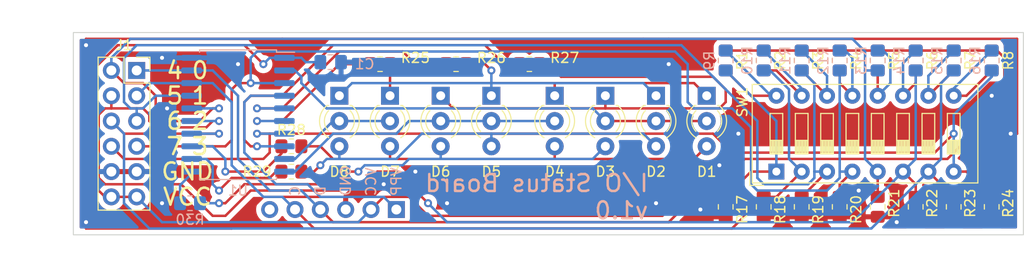
<source format=kicad_pcb>
(kicad_pcb (version 20211014) (generator pcbnew)
  (layers (0 "F.Cu" signal) (31 "B.Cu" signal) (34 "B.Paste" user) (35 "F.Paste" user) (36 "B.SilkS" user "B.Silkscreen") (37 "F.SilkS" user "F.Silkscreen") (38 "B.Mask" user) (39 "F.Mask" user) (44 "Edge.Cuts" user))
  (net 0 "")
  (net 1 "VCC")
  (net 2 "GND")
  (net 3 "Net-(D1-Pad1)")
  (net 4 "/s0")
  (net 5 "Net-(D1-Pad3)")
  (net 6 "Net-(D2-Pad1)")
  (net 7 "Net-(D2-Pad3)")
  (net 8 "Net-(D3-Pad1)")
  (net 9 "Net-(D3-Pad3)")
  (net 10 "/s1")
  (net 11 "/s2")
  (net 12 "/io0")
  (net 13 "/io1")
  (net 14 "/io2")
  (net 15 "/io3")
  (net 16 "/io4")
  (net 17 "/io5")
  (net 18 "/io6")
  (net 19 "/io7")
  (net 20 "Net-(J2-Pad1)")
  (net 22 "/io0u")
  (net 23 "/io1u")
  (net 24 "/io2u")
  (net 25 "/io3u")
  (net 26 "/io4u")
  (net 27 "/io5u")
  (net 28 "/io6u")
  (net 29 "/io7u")
  (net 30 "/r0")
  (net 31 "/r1")
  (net 32 "/r2")
  (net 33 "/b0")
  (net 34 "/b1")
  (net 35 "/b2")
  (footprint "Resistor_SMD:R_0805_2012Metric_Pad1.20x1.40mm_HandSolder" (layer "F.Cu") (at 188.595 62.5 -90)
    (fp_text reference "R7")
    (fp_text value "2.2k")
  )
  (footprint "ModifiedKiCadLibrary:SW_DIP_SPSTx08_Slide_9.78x22.5mm_W7.62mm_P2.54mm_3Dfixed" (layer "F.Cu") (at 170.815 73.66 90)
    (fp_text reference "SW1")
    (fp_text value "SW_DIP_x08")
  )
  (footprint "LED_THT:LED_D3.0mm-3" (layer "F.Cu") (at 158.75 66.04 -90)
    (fp_text reference "D2")
    (fp_text value "OSRBMC3132A")
  )
  (footprint "Resistor_SMD:R_0805_2012Metric_Pad1.20x1.40mm_HandSolder" (layer "F.Cu") (at 131.08 62.865)
    (fp_text reference "R25")
    (fp_text value "R")
  )
  (footprint "LED_THT:LED_D3.0mm-3" (layer "F.Cu") (at 137.16 66.04 -90)
    (fp_text reference "D6")
    (fp_text value "OSRBMC3132A")
  )
  (footprint "LED_THT:LED_D3.0mm-3" (layer "F.Cu") (at 153.67 66.04 -90)
    (fp_text reference "D3")
    (fp_text value "OSRBMC3132A")
  )
  (footprint "Resistor_SMD:R_0805_2012Metric_Pad1.20x1.40mm_HandSolder" (layer "F.Cu") (at 169.545 77.2 -90)
    (fp_text reference "R18")
    (fp_text value "8.2k")
  )
  (footprint "ModifiedKiCadLibrary:PinSocket_2x06_P2.54mm_Vertical_Top_Bottom" (layer "F.Cu") (at 106.68 63.5)
    (fp_text reference "J1")
    (fp_text value "Conn_02x06_Top_Bottom")
  )
  (footprint "Resistor_SMD:R_0805_2012Metric_Pad1.20x1.40mm_HandSolder" (layer "F.Cu") (at 173.355 77.2 -90)
    (fp_text reference "R19")
    (fp_text value "8.2k")
  )
  (footprint "LED_THT:LED_D3.0mm-3" (layer "F.Cu") (at 127 66.04 -90)
    (fp_text reference "D8")
    (fp_text value "OSRBMC3132A")
  )
  (footprint "Resistor_SMD:R_0805_2012Metric_Pad1.20x1.40mm_HandSolder" (layer "F.Cu") (at 180.975 77.2 -90)
    (fp_text reference "R21")
    (fp_text value "8.2k")
  )
  (footprint "Resistor_SMD:R_0805_2012Metric_Pad1.20x1.40mm_HandSolder" (layer "F.Cu") (at 177.165 62.5 -90)
    (fp_text reference "R4")
    (fp_text value "2.2k")
  )
  (footprint "Resistor_SMD:R_0805_2012Metric_Pad1.20x1.40mm_HandSolder" (layer "F.Cu") (at 146.05 62.865)
    (fp_text reference "R27")
    (fp_text value "R")
  )
  (footprint "Resistor_SMD:R_0805_2012Metric_Pad1.20x1.40mm_HandSolder" (layer "F.Cu") (at 192.405 62.5 -90)
    (fp_text reference "R8")
    (fp_text value "2.2k")
  )
  (footprint "Resistor_SMD:R_0805_2012Metric_Pad1.20x1.40mm_HandSolder" (layer "F.Cu") (at 122.19 73.66)
    (fp_text reference "R29")
    (fp_text value "R")
  )
  (footprint "Resistor_SMD:R_0805_2012Metric_Pad1.20x1.40mm_HandSolder" (layer "F.Cu") (at 177.165 77.2 -90)
    (fp_text reference "R20")
    (fp_text value "8.2k")
  )
  (footprint "LED_THT:LED_D3.0mm-3" (layer "F.Cu") (at 148.59 66.04 -90)
    (fp_text reference "D4")
    (fp_text value "OSRBMC3132A")
  )
  (footprint "LED_THT:LED_D3.0mm-3" (layer "F.Cu") (at 142.24 66.04 -90)
    (fp_text reference "D5")
    (fp_text value "OSRBMC3132A")
  )
  (footprint "Resistor_SMD:R_0805_2012Metric_Pad1.20x1.40mm_HandSolder" (layer "F.Cu") (at 122.19 71.12)
    (fp_text reference "R28")
    (fp_text value "R")
  )
  (footprint "LED_THT:LED_D3.0mm-3" (layer "F.Cu") (at 163.83 66.04 -90)
    (fp_text reference "D1")
    (fp_text value "OSRBMC3132A")
  )
  (footprint "Resistor_SMD:R_0805_2012Metric_Pad1.20x1.40mm_HandSolder" (layer "F.Cu") (at 165.735 77.2 -90)
    (fp_text reference "R17")
    (fp_text value "8.2k")
  )
  (footprint "Resistor_SMD:R_0805_2012Metric_Pad1.20x1.40mm_HandSolder" (layer "F.Cu") (at 192.405 77.2 -90)
    (fp_text reference "R24")
    (fp_text value "8.2k")
  )
  (footprint "Resistor_SMD:R_0805_2012Metric_Pad1.20x1.40mm_HandSolder" (layer "F.Cu") (at 173.355 62.5 -90)
    (fp_text reference "R3")
    (fp_text value "2.2k")
  )
  (footprint "Resistor_SMD:R_0805_2012Metric_Pad1.20x1.40mm_HandSolder" (layer "F.Cu") (at 169.545 62.5 -90)
    (fp_text reference "R2")
    (fp_text value "2.2k")
  )
  (footprint "Resistor_SMD:R_0805_2012Metric_Pad1.20x1.40mm_HandSolder" (layer "F.Cu") (at 165.735 62.5 -90)
    (fp_text reference "R1")
    (fp_text value "2.2k")
  )
  (footprint "Resistor_SMD:R_0805_2012Metric_Pad1.20x1.40mm_HandSolder" (layer "F.Cu") (at 188.595 77.2 -90)
    (fp_text reference "R23")
    (fp_text value "8.2k")
  )
  (footprint "Connector_PinHeader_2.54mm:PinHeader_1x06_P2.54mm_Vertical" (layer "F.Cu") (at 132.715 77.47 -90)
    (fp_text reference "J2" hide)
    (fp_text value "Conn_01x06")
  )
  (footprint "Resistor_SMD:R_0805_2012Metric_Pad1.20x1.40mm_HandSolder" (layer "F.Cu") (at 184.785 77.2 -90)
    (fp_text reference "R22")
    (fp_text value "8.2k")
  )
  (footprint "Resistor_SMD:R_0805_2012Metric_Pad1.20x1.40mm_HandSolder" (layer "F.Cu") (at 138.7 62.865)
    (fp_text reference "R26")
    (fp_text value "R")
  )
  (footprint "LED_THT:LED_D3.0mm-3" (layer "F.Cu") (at 132.08 66.04 -90)
    (fp_text reference "D7")
    (fp_text value "OSRBMC3132A")
  )
  (footprint "Resistor_SMD:R_0805_2012Metric_Pad1.20x1.40mm_HandSolder" (layer "F.Cu") (at 184.785 62.5 -90)
    (fp_text reference "R6")
    (fp_text value "2.2k")
  )
  (footprint "Resistor_SMD:R_0805_2012Metric_Pad1.20x1.40mm_HandSolder" (layer "F.Cu") (at 180.975 62.5 -90)
    (fp_text reference "R5")
    (fp_text value "2.2k")
  )
  (footprint "Capacitor_SMD:C_0805_2012Metric_Pad1.18x1.45mm_HandSolder" (layer "B.Cu") (at 126.1325 62.665)
    (fp_text reference "C1")
    (fp_text value "0.1u")
  )
  (footprint "Resistor_SMD:R_0805_2012Metric_Pad1.20x1.40mm_HandSolder" (layer "B.Cu") (at 192.405 62.5 -90)
    (fp_text reference "R16")
    (fp_text value "33k")
  )
  (footprint "Resistor_SMD:R_0805_2012Metric_Pad1.20x1.40mm_HandSolder" (layer "B.Cu") (at 180.975 62.5 -90)
    (fp_text reference "R13")
    (fp_text value "33k")
  )
  (footprint "Resistor_SMD:R_0805_2012Metric_Pad1.20x1.40mm_HandSolder" (layer "B.Cu") (at 188.595 62.5 -90)
    (fp_text reference "R15")
    (fp_text value "33k")
  )
  (footprint "Resistor_SMD:R_0805_2012Metric_Pad1.20x1.40mm_HandSolder" (layer "B.Cu") (at 173.355 62.5 -90)
    (fp_text reference "R11")
    (fp_text value "33k")
  )
  (footprint "Resistor_SMD:R_0805_2012Metric_Pad1.20x1.40mm_HandSolder" (layer "B.Cu") (at 177.165 62.5 -90)
    (fp_text reference "R12")
    (fp_text value "33k")
  )
  (footprint "Resistor_SMD:R_0805_2012Metric_Pad1.20x1.40mm_HandSolder" (layer "B.Cu") (at 112.03 76.835)
    (fp_text reference "R30")
    (fp_text value "R")
  )
  (footprint "Package_SO:SOIC-20W_7.5x12.8mm_P1.27mm" (layer "B.Cu") (at 116.84 67.945 180)
    (fp_text reference "U1")
    (fp_text value "PIC16F1829-ISO")
  )
  (footprint "Resistor_SMD:R_0805_2012Metric_Pad1.20x1.40mm_HandSolder" (layer "B.Cu") (at 184.785 62.5 -90)
    (fp_text reference "R14")
    (fp_text value "33k")
  )
  (footprint "Resistor_SMD:R_0805_2012Metric_Pad1.20x1.40mm_HandSolder" (layer "B.Cu") (at 165.735 62.5 -90)
    (fp_text reference "R9")
    (fp_text value "33k")
  )
  (footprint "Resistor_SMD:R_0805_2012Metric_Pad1.20x1.40mm_HandSolder" (layer "B.Cu") (at 169.545 62.5 -90)
    (fp_text reference "R10")
    (fp_text value "33k")
  )
  (gr_rect (start 100.33 59.69) (end 195.58 80.01) (layer "Edge.Cuts") (width 0.1) (fill none))
  (gr_text "D" (at 125.095 76.2 90) (layer "B.SilkS") (effects (font (size 1 1)) (justify right mirror)))
  (gr_text "I/O Status Board\nv1.0" (at 158.115 76.2) (layer "B.SilkS") (effects (font (size 1.7 1.7) (thickness 0.25)) (justify left mirror)))
  (gr_text "C" (at 122.555 76.2 90) (layer "B.SilkS") (effects (font (size 1 1)) (justify right mirror)))
  (gr_text "VCC" (at 130.175 76.2 90) (layer "B.SilkS") (effects (font (size 1 1)) (justify right mirror)))
  (gr_text "GND" (at 127.635 76.2 90) (layer "B.SilkS") (effects (font (size 1 1)) (justify right mirror)))
  (gr_text "VPP" (at 132.715 76.2 90) (layer "B.SilkS") (effects (font (size 1 1)) (justify right mirror)))
  (gr_text "7" (at 110.49 71.12) (layer "F.SilkS") (effects (font (size 1.7 1.7) (thickness 0.25))))
  (gr_text "4" (at 110.49 63.5) (layer "F.SilkS") (effects (font (size 1.7 1.7) (thickness 0.25))))
  (gr_text "3" (at 113.03 71.12) (layer "F.SilkS") (effects (font (size 1.7 1.7) (thickness 0.25))))
  (gr_text "2" (at 113.03 68.58) (layer "F.SilkS") (effects (font (size 1.7 1.7) (thickness 0.25))))
  (gr_text "0" (at 113.03 63.5) (layer "F.SilkS") (effects (font (size 1.7 1.7) (thickness 0.25))))
  (gr_text "5" (at 110.49 66.04) (layer "F.SilkS") (effects (font (size 1.7 1.7) (thickness 0.25))))
  (gr_text "VCC" (at 111.76 76.2) (layer "F.SilkS") (effects (font (size 1.7 1.7) (thickness 0.25))))
  (gr_text "6" (at 110.49 68.58) (layer "F.SilkS") (effects (font (size 1.7 1.7) (thickness 0.25))))
  (gr_text "1" (at 113.03 66.04) (layer "F.SilkS") (effects (font (size 1.7 1.7) (thickness 0.25))))
  (gr_text "GND" (at 111.76 73.66) (layer "F.SilkS") (effects (font (size 1.7 1.7) (thickness 0.25))))
  (segment (start 130.175 77.47) (end 131.445 76.2) (width 0.25) (layer "F.Cu") (net 1))
  (segment (start 188.595 61.5) (end 184.785 61.5) (width 0.25) (layer "F.Cu") (net 1))
  (segment (start 119.38 62.865) (end 117.475 60.96) (width 0.25) (layer "F.Cu") (net 1))
  (segment (start 177.165 61.5) (end 173.355 61.5) (width 0.25) (layer "F.Cu") (net 1))
  (segment (start 192.405 61.5) (end 188.595 61.5) (width 0.25) (layer "F.Cu") (net 1))
  (segment (start 192.945 61.5) (end 192.405 61.5) (width 0.25) (layer "F.Cu") (net 1))
  (segment (start 117.475 60.96) (end 104.775 60.96) (width 0.25) (layer "F.Cu") (net 1))
  (segment (start 187.96 72.39) (end 193.675 66.675) (width 0.25) (layer "F.Cu") (net 1))
  (segment (start 104.775 60.96) (end 102.235 63.5) (width 0.25) (layer "F.Cu") (net 1))
  (segment (start 184.785 61.5) (end 180.975 61.5) (width 0.25) (layer "F.Cu") (net 1))
  (segment (start 193.675 62.23) (end 192.945 61.5) (width 0.25) (layer "F.Cu") (net 1))
  (segment (start 167.64 72.39) (end 187.96 72.39) (width 0.25) (layer "F.Cu") (net 1))
  (segment (start 193.675 66.675) (end 193.675 62.23) (width 0.25) (layer "F.Cu") (net 1))
  (segment (start 180.975 61.5) (end 177.165 61.5) (width 0.25) (layer "F.Cu") (net 1))
  (segment (start 135.89 78.105) (end 159.385 78.105) (width 0.25) (layer "F.Cu") (net 1))
  (segment (start 159.385 78.105) (end 161.925 75.565) (width 0.25) (layer "F.Cu") (net 1))
  (segment (start 173.355 61.5) (end 169.545 61.5) (width 0.25) (layer "F.Cu") (net 1))
  (segment (start 161.925 75.565) (end 164.465 75.565) (width 0.25) (layer "F.Cu") (net 1))
  (segment (start 103.505 76.2) (end 104.14 76.2) (width 0.25) (layer "F.Cu") (net 1))
  (segment (start 131.445 76.2) (end 133.985 76.2) (width 0.25) (layer "F.Cu") (net 1))
  (segment (start 102.235 63.5) (end 102.235 74.93) (width 0.25) (layer "F.Cu") (net 1))
  (segment (start 164.465 75.565) (end 167.64 72.39) (width 0.25) (layer "F.Cu") (net 1))
  (segment (start 104.14 76.2) (end 106.68 76.2) (width 0.25) (layer "F.Cu") (net 1))
  (segment (start 133.985 76.2) (end 135.89 78.105) (width 0.25) (layer "F.Cu") (net 1))
  (segment (start 169.545 61.5) (end 165.735 61.5) (width 0.25) (layer "F.Cu") (net 1))
  (segment (start 102.235 74.93) (end 103.505 76.2) (width 0.25) (layer "F.Cu") (net 1))
  (via (at 119.38 62.865) (size 0.8) (drill 0.4) (layers "F.Cu" "B.Cu") (net 1))
  (segment (start 109.22 78.74) (end 106.68 76.2) (width 0.25) (layer "B.Cu") (net 1))
  (segment (start 130.175 77.47) (end 128.905 78.74) (width 0.25) (layer "B.Cu") (net 1))
  (segment (start 125.095 62.665) (end 123.625 62.665) (width 0.25) (layer "B.Cu") (net 1))
  (segment (start 123.19 62.23) (end 121.49 62.23) (width 0.25) (layer "B.Cu") (net 1))
  (segment (start 121.49 62.23) (end 120.015 62.23) (width 0.25) (layer "B.Cu") (net 1))
  (segment (start 123.625 62.665) (end 123.19 62.23) (width 0.25) (layer "B.Cu") (net 1))
  (segment (start 128.905 78.74) (end 109.22 78.74) (width 0.25) (layer "B.Cu") (net 1))
  (segment (start 120.015 62.23) (end 119.38 62.865) (width 0.25) (layer "B.Cu") (net 1))
  (segment (start 194.945 60.325) (end 194.945 69.85) (width 0.25) (layer "F.Cu") (net 2))
  (segment (start 119.38 64.135) (end 118.11 63.5) (width 0.25) (layer "F.Cu") (net 2))
  (segment (start 101.6 60.325) (end 121.285 60.325) (width 0.25) (layer "F.Cu") (net 2))
  (segment (start 160.02 60.325) (end 160.02 62.865) (width 0.25) (layer "F.Cu") (net 2))
  (segment (start 120.015 64.135) (end 119.38 64.135) (width 0.25) (layer "F.Cu") (net 2))
  (segment (start 121.285 60.325) (end 157.48 60.325) (width 0.25) (layer "F.Cu") (net 2))
  (segment (start 194.945 69.85) (end 194.31 69.85) (width 0.25) (layer "F.Cu") (net 2))
  (segment (start 121.285 60.325) (end 121.285 62.865) (width 0.25) (layer "F.Cu") (net 2))
  (segment (start 157.48 60.325) (end 194.945 60.325) (width 0.25) (layer "F.Cu") (net 2))
  (segment (start 117.475 62.865) (end 118.11 63.5) (width 0.25) (layer "F.Cu") (net 2))
  (segment (start 116.84 62.865) (end 117.475 62.865) (width 0.25) (layer "F.Cu") (net 2))
  (segment (start 127.635 77.47) (end 127.635 76.2) (width 0.25) (layer "F.Cu") (net 2))
  (segment (start 121.285 62.865) (end 120.015 64.135) (width 0.25) (layer "F.Cu") (net 2))
  (segment (start 127.635 76.2) (end 119.38 76.2) (width 0.25) (layer "F.Cu") (net 2))
  (segment (start 101.6 79.375) (end 101.6 78.74) (width 0.25) (layer "F.Cu") (net 2))
  (segment (start 101.6 60.96) (end 101.6 60.325) (width 0.25) (layer "F.Cu") (net 2))
  (segment (start 116.205 79.375) (end 101.6 79.375) (width 0.25) (layer "F.Cu") (net 2))
  (segment (start 119.38 76.2) (end 116.205 79.375) (width 0.25) (layer "F.Cu") (net 2))
  (via (at 134.62 73.66) (size 0.8) (drill 0.4) (layers "F.Cu" "B.Cu") (net 2))
  (via (at 182.88 78.74) (size 0.8) (drill 0.4) (layers "F.Cu" "B.Cu") (net 2))
  (via (at 116.84 62.865) (size 0.8) (drill 0.4) (layers "F.Cu" "B.Cu") (net 2))
  (via (at 167.005 69.85) (size 0.8) (drill 0.4) (layers "F.Cu" "B.Cu") (net 2))
  (via (at 131.445 74.93) (size 0.8) (drill 0.4) (layers "F.Cu" "B.Cu") (net 2))
  (via (at 101.6 78.74) (size 0.8) (drill 0.4) (layers "F.Cu" "B.Cu") (net 2))
  (via (at 137.795 76.835) (size 0.8) (drill 0.4) (layers "F.Cu" "B.Cu") (net 2))
  (via (at 109.22 76.835) (size 0.8) (drill 0.4) (layers "F.Cu" "B.Cu") (net 2))
  (via (at 109.728 67.31) (size 0.8) (drill 0.4) (layers "F.Cu" "B.Cu") (net 2))
  (via (at 109.22 62.23) (size 0.8) (drill 0.4) (layers "F.Cu" "B.Cu") (net 2))
  (via (at 163.195 77.47) (size 0.8) (drill 0.4) (layers "F.Cu" "B.Cu") (net 2))
  (via (at 194.31 69.85) (size 0.8) (drill 0.4) (layers "F.Cu" "B.Cu") (net 2))
  (via (at 158.75 76.835) (size 0.8) (drill 0.4) (layers "F.Cu" "B.Cu") (net 2))
  (via (at 101.6 60.96) (size 0.8) (drill 0.4) (layers "F.Cu" "B.Cu") (net 2))
  (via (at 192.405 66.04) (size 0.8) (drill 0.4) (layers "F.Cu" "B.Cu") (net 2))
  (via (at 179.07 75.565) (size 0.8) (drill 0.4) (layers "F.Cu" "B.Cu") (net 2))
  (via (at 165.1 73.025) (size 0.8) (drill 0.4) (layers "F.Cu" "B.Cu") (net 2))
  (via (at 160.02 62.865) (size 0.8) (drill 0.4) (layers "F.Cu" "B.Cu") (net 2))
  (segment (start 132.08 66.04) (end 132.08 64.77) (width 0.25) (layer "F.Cu") (net 3))
  (segment (start 148.59 66.04) (end 148.59 64.77) (width 0.25) (layer "F.Cu") (net 3))
  (segment (start 162.56 64.77) (end 163.83 66.04) (width 0.25) (layer "F.Cu") (net 3))
  (segment (start 132.08 62.865) (end 132.08 64.77) (width 0.25) (layer "F.Cu") (net 3))
  (segment (start 132.08 64.77) (end 148.59 64.77) (width 0.25) (layer "F.Cu") (net 3))
  (segment (start 148.59 64.77) (end 162.56 64.77) (width 0.25) (layer "F.Cu") (net 3))
  (segment (start 153.67 68.58) (end 158.75 68.58) (width 0.25) (layer "F.Cu") (net 4))
  (segment (start 158.75 68.58) (end 163.83 68.58) (width 0.25) (layer "F.Cu") (net 4))
  (segment (start 122.555 63.5) (end 123.19 64.135) (width 0.25) (layer "B.Cu") (net 4))
  (segment (start 123.19 64.77) (end 123.19 64.135) (width 0.25) (layer "B.Cu") (net 4))
  (segment (start 121.49 63.5) (end 122.555 63.5) (width 0.25) (layer "B.Cu") (net 4))
  (segment (start 125.73 67.31) (end 152.4 67.31) (width 0.25) (layer "B.Cu") (net 4))
  (segment (start 125.73 67.31) (end 123.19 64.77) (width 0.25) (layer "B.Cu") (net 4))
  (segment (start 152.4 67.31) (end 153.67 68.58) (width 0.25) (layer "B.Cu") (net 4))
  (segment (start 126.365 72.39) (end 132.08 72.39) (width 0.25) (layer "F.Cu") (net 5))
  (segment (start 123.19 71.12) (end 125.095 71.12) (width 0.25) (layer "F.Cu") (net 5))
  (segment (start 162.56 72.39) (end 148.59 72.39) (width 0.25) (layer "F.Cu") (net 5))
  (segment (start 132.08 72.39) (end 132.08 71.12) (width 0.25) (layer "F.Cu") (net 5))
  (segment (start 148.59 71.12) (end 148.59 72.39) (width 0.25) (layer "F.Cu") (net 5))
  (segment (start 163.83 71.12) (end 162.56 72.39) (width 0.25) (layer "F.Cu") (net 5))
  (segment (start 125.095 71.12) (end 126.365 72.39) (width 0.25) (layer "F.Cu") (net 5))
  (segment (start 148.59 72.39) (end 132.08 72.39) (width 0.25) (layer "F.Cu") (net 5))
  (segment (start 141.605 62.865) (end 142.24 63.5) (width 0.25) (layer "F.Cu") (net 6))
  (segment (start 139.7 62.865) (end 141.605 62.865) (width 0.25) (layer "F.Cu") (net 6))
  (via (at 142.24 63.5) (size 0.8) (drill 0.4) (layers "F.Cu" "B.Cu") (net 6))
  (segment (start 127 66.04) (end 128.27 64.77) (width 0.25) (layer "B.Cu") (net 6))
  (segment (start 142.24 64.77) (end 157.48 64.77) (width 0.25) (layer "B.Cu") (net 6))
  (segment (start 142.24 66.04) (end 142.24 64.77) (width 0.25) (layer "B.Cu") (net 6))
  (segment (start 128.27 64.77) (end 142.24 64.77) (width 0.25) (layer "B.Cu") (net 6))
  (segment (start 142.24 64.77) (end 142.24 63.5) (width 0.25) (layer "B.Cu") (net 6))
  (segment (start 157.48 64.77) (end 158.75 66.04) (width 0.25) (layer "B.Cu") (net 6))
  (segment (start 123.19 73.66) (end 124.46 73.66) (width 0.25) (layer "F.Cu") (net 7))
  (segment (start 124.46 73.66) (end 125.095 73.025) (width 0.25) (layer "F.Cu") (net 7))
  (via (at 125.095 73.025) (size 0.8) (drill 0.4) (layers "F.Cu" "B.Cu") (net 7))
  (segment (start 127 72.39) (end 125.73 72.39) (width 0.25) (layer "B.Cu") (net 7))
  (segment (start 157.48 69.85) (end 158.75 71.12) (width 0.25) (layer "B.Cu") (net 7))
  (segment (start 127 72.39) (end 132.715 72.39) (width 0.25) (layer "B.Cu") (net 7))
  (segment (start 135.255 69.85) (end 142.24 69.85) (width 0.25) (layer "B.Cu") (net 7))
  (segment (start 142.24 69.85) (end 157.48 69.85) (width 0.25) (layer "B.Cu") (net 7))
  (segment (start 142.24 71.12) (end 142.24 69.85) (width 0.25) (layer "B.Cu") (net 7))
  (segment (start 125.73 72.39) (end 125.095 73.025) (width 0.25) (layer "B.Cu") (net 7))
  (segment (start 127 72.39) (end 127 71.12) (width 0.25) (layer "B.Cu") (net 7))
  (segment (start 132.715 72.39) (end 135.255 69.85) (width 0.25) (layer "B.Cu") (net 7))
  (segment (start 147.955 62.865) (end 149.225 64.135) (width 0.25) (layer "F.Cu") (net 8))
  (segment (start 165.735 65.405) (end 164.465 64.135) (width 0.25) (layer "F.Cu") (net 8))
  (segment (start 165.735 66.675) (end 165.735 65.405) (width 0.25) (layer "F.Cu") (net 8))
  (segment (start 153.67 67.31) (end 153.67 66.04) (width 0.25) (layer "F.Cu") (net 8))
  (segment (start 153.67 67.31) (end 165.1 67.31) (width 0.25) (layer "F.Cu") (net 8))
  (segment (start 138.43 67.31) (end 153.67 67.31) (width 0.25) (layer "F.Cu") (net 8))
  (segment (start 149.225 64.135) (end 164.465 64.135) (width 0.25) (layer "F.Cu") (net 8))
  (segment (start 147.955 62.865) (end 147.05 62.865) (width 0.25) (layer "F.Cu") (net 8))
  (segment (start 137.16 66.04) (end 138.43 67.31) (width 0.25) (layer "F.Cu") (net 8))
  (segment (start 165.1 67.31) (end 165.735 66.675) (width 0.25) (layer "F.Cu") (net 8))
  (segment (start 125.73 74.93) (end 127 73.66) (width 0.25) (layer "F.Cu") (net 9))
  (segment (start 127 73.66) (end 128.905 73.66) (width 0.25) (layer "F.Cu") (net 9))
  (segment (start 115.57 76.835) (end 114.935 76.835) (width 0.25) (layer "F.Cu") (net 9))
  (segment (start 125.73 74.93) (end 117.475 74.93) (width 0.25) (layer "F.Cu") (net 9))
  (segment (start 117.475 74.93) (end 115.57 76.835) (width 0.25) (layer "F.Cu") (net 9))
  (via (at 114.935 76.835) (size 0.8) (drill 0.4) (layers "F.Cu" "B.Cu") (net 9))
  (via (at 128.905 73.66) (size 0.8) (drill 0.4) (layers "F.Cu" "B.Cu") (net 9))
  (segment (start 137.16 72.39) (end 133.985 72.39) (width 0.25) (layer "B.Cu") (net 9))
  (segment (start 153.67 71.12) (end 152.4 72.39) (width 0.25) (layer "B.Cu") (net 9))
  (segment (start 113.03 76.835) (end 114.935 76.835) (width 0.25) (layer "B.Cu") (net 9))
  (segment (start 128.905 73.66) (end 129.54 73.025) (width 0.25) (layer "B.Cu") (net 9))
  (segment (start 133.985 72.39) (end 133.35 73.025) (width 0.25) (layer "B.Cu") (net 9))
  (segment (start 129.54 73.025) (end 133.35 73.025) (width 0.25) (layer "B.Cu") (net 9))
  (segment (start 137.16 72.39) (end 137.16 71.12) (width 0.25) (layer "B.Cu") (net 9))
  (segment (start 152.4 72.39) (end 137.16 72.39) (width 0.25) (layer "B.Cu") (net 9))
  (segment (start 122.555 73.66) (end 121.49 73.66) (width 0.25) (layer "B.Cu") (net 10))
  (segment (start 132.715 69.85) (end 126.365 69.85) (width 0.25) (layer "B.Cu") (net 10))
  (segment (start 126.365 69.85) (end 122.555 73.66) (width 0.25) (layer "B.Cu") (net 10))
  (segment (start 148.59 68.58) (end 142.24 68.58) (width 0.25) (layer "B.Cu") (net 10))
  (segment (start 142.24 68.58) (end 137.16 68.58) (width 0.25) (layer "B.Cu") (net 10))
  (segment (start 133.985 68.58) (end 132.715 69.85) (width 0.25) (layer "B.Cu") (net 10))
  (segment (start 137.16 68.58) (end 133.985 68.58) (width 0.25) (layer "B.Cu") (net 10))
  (segment (start 132.08 68.58) (end 127 68.58) (width 0.25) (layer "B.Cu") (net 11))
  (segment (start 121.49 72.39) (end 122.555 72.39) (width 0.25) (layer "B.Cu") (net 11))
  (segment (start 122.555 72.39) (end 126.365 68.58) (width 0.25) (layer "B.Cu") (net 11))
  (segment (start 126.365 68.58) (end 127 68.58) (width 0.25) (layer "B.Cu") (net 11))
  (segment (start 126.365 78.74) (end 125.095 77.47) (width 0.25) (layer "F.Cu") (net 12))
  (segment (start 165.735 76.2) (end 162.56 76.2) (width 0.25) (layer "F.Cu") (net 12))
  (segment (start 160.02 78.74) (end 126.365 78.74) (width 0.25) (layer "F.Cu") (net 12))
  (segment (start 165.735 76.2) (end 168.275 73.66) (width 0.25) (layer "F.Cu") (net 12))
  (segment (start 168.275 73.66) (end 170.815 73.66) (width 0.25) (layer "F.Cu") (net 12))
  (segment (start 162.56 76.2) (end 160.02 78.74) (width 0.25) (layer "F.Cu") (net 12))
  (segment (start 114.3 63.5) (end 116.84 66.04) (width 0.25) (layer "B.Cu") (net 12))
  (segment (start 123.19 75.565) (end 120.015 75.565) (width 0.25) (layer "B.Cu") (net 12))
  (segment (start 165.735 63.5) (end 170.815 68.58) (width 0.25) (layer "B.Cu") (net 12))
  (segment (start 120.015 75.565) (end 116.84 72.39) (width 0.25) (layer "B.Cu") (net 12))
  (segment (start 114.3 63.5) (end 112.19 63.5) (width 0.25) (layer "B.Cu") (net 12))
  (segment (start 170.815 68.58) (end 170.815 73.66) (width 0.25) (layer "B.Cu") (net 12))
  (segment (start 125.095 77.47) (end 123.19 75.565) (width 0.25) (layer "B.Cu") (net 12))
  (segment (start 112.19 63.5) (end 106.68 63.5) (width 0.25) (layer "B.Cu") (net 12))
  (segment (start 116.84 72.39) (end 116.84 66.04) (width 0.25) (layer "B.Cu") (net 12))
  (segment (start 122.555 77.47) (end 124.46 79.375) (width 0.25) (layer "F.Cu") (net 13))
  (segment (start 170.815 76.2) (end 173.355 73.66) (width 0.25) (layer "F.Cu") (net 13))
  (segment (start 124.46 79.375) (end 166.37 79.375) (width 0.25) (layer "F.Cu") (net 13))
  (segment (start 166.37 79.375) (end 169.545 76.2) (width 0.25) (layer "F.Cu") (net 13))
  (segment (start 169.545 76.2) (end 170.815 76.2) (width 0.25) (layer "F.Cu") (net 13))
  (segment (start 169.545 63.5) (end 170.18 63.5) (width 0.25) (layer "B.Cu") (net 13))
  (segment (start 121.285 76.2) (end 119.38 76.2) (width 0.25) (layer "B.Cu") (net 13))
  (segment (start 170.18 63.5) (end 172.085 65.405) (width 0.25) (layer "B.Cu") (net 13))
  (segment (start 122.555 77.47) (end 121.285 76.2) (width 0.25) (layer "B.Cu") (net 13))
  (segment (start 116.205 66.675) (end 114.3 64.77) (width 0.25) (layer "B.Cu") (net 13))
  (segment (start 112.19 64.77) (end 107.95 64.77) (width 0.25) (layer "B.Cu") (net 13))
  (segment (start 116.205 73.025) (end 116.205 66.675) (width 0.25) (layer "B.Cu") (net 13))
  (segment (start 172.085 72.39) (end 173.355 73.66) (width 0.25) (layer "B.Cu") (net 13))
  (segment (start 107.95 64.77) (end 106.68 66.04) (width 0.25) (layer "B.Cu") (net 13))
  (segment (start 114.3 64.77) (end 112.19 64.77) (width 0.25) (layer "B.Cu") (net 13))
  (segment (start 172.085 65.405) (end 172.085 72.39) (width 0.25) (layer "B.Cu") (net 13))
  (segment (start 119.38 76.2) (end 116.205 73.025) (width 0.25) (layer "B.Cu") (net 13))
  (segment (start 173.355 76.2) (end 175.895 73.66) (width 0.25) (layer "F.Cu") (net 14))
  (segment (start 161.29 60.96) (end 168.91 68.58) (width 0.25) (layer "B.Cu") (net 14))
  (segment (start 112.19 66.04) (end 108.585 66.04) (width 0.25) (layer "B.Cu") (net 14))
  (segment (start 174.625 73.66) (end 175.895 73.66) (width 0.25) (layer "B.Cu") (net 14))
  (segment (start 105.41 62.23) (end 106.68 60.96) (width 0.25) (layer "B.Cu") (net 14))
  (segment (start 107.315 67.31) (end 106.68 67.31) (width 0.25) (layer "B.Cu") (net 14))
  (segment (start 106.68 68.58) (end 106.68 67.31) (width 0.25) (layer "B.Cu") (net 14))
  (segment (start 173.355 63.5) (end 174.625 64.77) (width 0.25) (layer "B.Cu") (net 14))
  (segment (start 169.545 74.93) (end 173.99 74.93) (width 0.25) (layer "B.Cu") (net 14))
  (segment (start 168.91 68.58) (end 168.91 74.295) (width 0.25) (layer "B.Cu") (net 14))
  (segment (start 106.045 67.31) (end 105.41 66.675) (width 0.25) (layer "B.Cu") (net 14))
  (segment (start 106.68 67.31) (end 106.045 67.31) (width 0.25) (layer "B.Cu") (net 14))
  (segment (start 174.625 74.295) (end 174.625 73.66) (width 0.25) (layer "B.Cu") (net 14))
  (segment (start 106.68 60.96) (end 161.29 60.96) (width 0.25) (layer "B.Cu") (net 14))
  (segment (start 108.585 66.04) (end 107.315 67.31) (width 0.25) (layer "B.Cu") (net 14))
  (segment (start 168.91 74.295) (end 169.545 74.93) (width 0.25) (layer "B.Cu") (net 14))
  (segment (start 105.41 66.675) (end 105.41 62.23) (width 0.25) (layer "B.Cu") (net 14))
  (segment (start 174.625 64.77) (end 174.625 73.66) (width 0.25) (layer "B.Cu") (net 14))
  (segment (start 173.99 74.93) (end 174.625 74.295) (width 0.25) (layer "B.Cu") (net 14))
  (segment (start 178.435 73.66) (end 177.165 74.93) (width 0.25) (layer "F.Cu") (net 15))
  (segment (start 116.205 65.405) (end 116.205 70.485) (width 0.25) (layer "F.Cu") (net 15))
  (segment (start 115.57 71.12) (end 106.68 71.12) (width 0.25) (layer "F.Cu") (net 15))
  (segment (start 116.84 64.77) (end 116.205 65.405) (width 0.25) (layer "F.Cu") (net 15))
  (segment (start 118.11 64.77) (end 116.84 64.77) (width 0.25) (layer "F.Cu") (net 15))
  (segment (start 177.165 74.93) (end 177.165 76.2) (width 0.25) (layer "F.Cu") (net 15))
  (segment (start 116.205 70.485) (end 115.57 71.12) (width 0.25) (layer "F.Cu") (net 15))
  (via (at 118.11 64.77) (size 0.8) (drill 0.4) (layers "F.Cu" "B.Cu") (net 15))
  (segment (start 177.165 74.295) (end 177.165 73.66) (width 0.25) (layer "B.Cu") (net 15))
  (segment (start 177.165 73.66) (end 178.435 73.66) (width 0.25) (layer "B.Cu") (net 15))
  (segment (start 168.275 74.93) (end 168.91 75.565) (width 0.25) (layer "B.Cu") (net 15))
  (segment (start 168.91 75.565) (end 175.895 75.565) (width 0.25) (layer "B.Cu") (net 15))
  (segment (start 161.925 62.865) (end 161.925 66.675) (width 0.25) (layer "B.Cu") (net 15))
  (segment (start 118.11 62.23) (end 118.745 61.595) (width 0.25) (layer "B.Cu") (net 15))
  (segment (start 162.56 67.31) (end 166.37 67.31) (width 0.25) (layer "B.Cu") (net 15))
  (segment (start 118.11 64.77) (end 118.11 62.23) (width 0.25) (layer "B.Cu") (net 15))
  (segment (start 175.895 75.565) (end 177.165 74.295) (width 0.25) (layer "B.Cu") (net 15))
  (segment (start 177.165 63.5) (end 177.165 73.66) (width 0.25) (layer "B.Cu") (net 15))
  (segment (start 161.925 66.675) (end 162.56 67.31) (width 0.25) (layer "B.Cu") (net 15))
  (segment (start 121.49 64.77) (end 118.11 64.77) (width 0.25) (layer "B.Cu") (net 15))
  (segment (start 118.745 61.595) (end 160.655 61.595) (width 0.25) (layer "B.Cu") (net 15))
  (segment (start 166.37 67.31) (end 168.275 69.215) (width 0.25) (layer "B.Cu") (net 15))
  (segment (start 160.655 61.595) (end 161.925 62.865) (width 0.25) (layer "B.Cu") (net 15))
  (segment (start 168.275 69.215) (end 168.275 74.93) (width 0.25) (layer "B.Cu") (net 15))
  (segment (start 180.975 73.66) (end 180.975 76.2) (width 0.25) (layer "F.Cu") (net 16))
  (segment (start 108.585 67.945) (end 109.22 68.58) (width 0.25) (layer "F.Cu") (net 16))
  (segment (start 108.585 66.04) (end 107.315 64.77) (width 0.25) (layer "F.Cu") (net 16))
  (segment (start 109.22 68.58) (end 113.03 68.58) (width 0.25) (layer "F.Cu") (net 16))
  (segment (start 105.41 64.77) (end 104.14 63.5) (width 0.25) (layer "F.Cu") (net 16))
  (segment (start 107.315 64.77) (end 105.41 64.77) (width 0.25) (layer "F.Cu") (net 16))
  (segment (start 108.585 66.04) (end 108.585 67.945) (width 0.25) (layer "F.Cu") (net 16))
  (segment (start 113.03 68.58) (end 114.3 67.31) (width 0.25) (layer "F.Cu") (net 16))
  (segment (start 114.935 67.31) (end 114.3 67.31) (width 0.25) (layer "F.Cu") (net 16))
  (via (at 114.935 67.31) (size 0.8) (drill 0.4) (layers "F.Cu" "B.Cu") (net 16))
  (segment (start 178.435 60.325) (end 179.705 61.595) (width 0.25) (layer "B.Cu") (net 16))
  (segment (start 179.705 72.39) (end 180.975 73.66) (width 0.25) (layer "B.Cu") (net 16))
  (segment (start 112.19 67.31) (end 114.935 67.31) (width 0.25) (layer "B.Cu") (net 16))
  (segment (start 106.045 60.325) (end 104.14 62.23) (width 0.25) (layer "B.Cu") (net 16))
  (segment (start 106.045 60.325) (end 178.435 60.325) (width 0.25) (layer "B.Cu") (net 16))
  (segment (start 179.705 61.595) (end 179.705 63.5) (width 0.25) (layer "B.Cu") (net 16))
  (segment (start 104.14 63.5) (end 104.14 62.23) (width 0.25) (layer "B.Cu") (net 16))
  (segment (start 179.705 63.5) (end 179.705 72.39) (width 0.25) (layer "B.Cu") (net 16))
  (segment (start 180.975 63.5) (end 179.705 63.5) (width 0.25) (layer "B.Cu") (net 16))
  (segment (start 103.505 74.93) (end 102.87 74.295) (width 0.25) (layer "F.Cu") (net 17))
  (segment (start 132.715 73.66) (end 130.81 73.66) (width 0.25) (layer "F.Cu") (net 17))
  (segment (start 127 75.565) (end 118.11 75.565) (width 0.25) (layer "F.Cu") (net 17))
  (segment (start 129.54 74.93) (end 127.635 74.93) (width 0.25) (layer "F.Cu") (net 17))
  (segment (start 127.635 74.93) (end 127 75.565) (width 0.25) (layer "F.Cu") (net 17))
  (segment (start 104.14 67.31) (end 104.14 66.04) (width 0.25) (layer "F.Cu") (net 17))
  (segment (start 102.87 74.295) (end 102.87 67.945) (width 0.25) (layer "F.Cu") (net 17))
  (segment (start 130.81 73.66) (end 129.54 74.93) (width 0.25) (layer "F.Cu") (net 17))
  (segment (start 113.665 69.215) (end 108.585 69.215) (width 0.25) (layer "F.Cu") (net 17))
  (segment (start 107.95 67.945) (end 107.315 67.31) (width 0.25) (layer "F.Cu") (net 17))
  (segment (start 114.3 78.105) (end 111.125 74.93) (width 0.25) (layer "F.Cu") (net 17))
  (segment (start 102.87 67.945) (end 103.505 67.31) (width 0.25) (layer "F.Cu") (net 17))
  (segment (start 115.57 78.105) (end 114.3 78.105) (width 0.25) (layer "F.Cu") (net 17))
  (segment (start 184.785 74.93) (end 184.785 76.2) (width 0.25) (layer "F.Cu") (net 17))
  (segment (start 107.95 68.58) (end 107.95 67.945) (width 0.25) (layer "F.Cu") (net 17))
  (segment (start 107.315 67.31) (end 104.14 67.31) (width 0.25) (layer "F.Cu") (net 17))
  (segment (start 114.935 68.58) (end 114.3 68.58) (width 0.25) (layer "F.Cu") (net 17))
  (segment (start 183.515 73.66) (end 184.785 74.93) (width 0.25) (layer "F.Cu") (net 17))
  (segment (start 103.505 67.31) (end 104.14 67.31) (width 0.25) (layer "F.Cu") (net 17))
  (segment (start 135.89 76.835) (end 132.715 73.66) (width 0.25) (layer "F.Cu") (net 17))
  (segment (start 114.3 68.58) (end 113.665 69.215) (width 0.25) (layer "F.Cu") (net 17))
  (segment (start 108.585 69.215) (end 107.95 68.58) (width 0.25) (layer "F.Cu") (net 17))
  (segment (start 111.125 74.93) (end 103.505 74.93) (width 0.25) (layer "F.Cu") (net 17))
  (segment (start 118.11 75.565) (end 115.57 78.105) (width 0.25) (layer "F.Cu") (net 17))
  (via (at 114.935 68.58) (size 0.8) (drill 0.4) (layers "F.Cu" "B.Cu") (net 17))
  (via (at 135.89 76.835) (size 0.8) (drill 0.4) (layers "F.Cu" "B.Cu") (net 17))
  (segment (start 112.19 68.58) (end 114.935 68.58) (width 0.25) (layer "B.Cu") (net 17))
  (segment (start 178.435 78.74) (end 183.515 73.66) (width 0.25) (layer "B.Cu") (net 17))
  (segment (start 137.795 78.74) (end 178.435 78.74) (width 0.25) (layer "B.Cu") (net 17))
  (segment (start 135.89 76.835) (end 137.795 78.74) (width 0.25) (layer "B.Cu") (net 17))
  (segment (start 184.785 63.5) (end 184.785 72.39) (width 0.25) (layer "B.Cu") (net 17))
  (segment (start 184.785 72.39) (end 183.515 73.66) (width 0.25) (layer "B.Cu") (net 17))
  (segment (start 114.935 69.85) (end 105.41 69.85) (width 0.25) (layer "F.Cu") (net 18))
  (segment (start 105.41 69.85) (end 104.14 68.58) (width 0.25) (layer "F.Cu") (net 18))
  (segment (start 186.055 73.66) (end 188.595 76.2) (width 0.25) (layer "F.Cu") (net 18))
  (via (at 114.935 69.85) (size 0.8) (drill 0.4) (layers "F.Cu" "B.Cu") (net 18))
  (segment (start 188.595 63.5) (end 187.325 64.77) (width 0.25) (layer "B.Cu") (net 18))
  (segment (start 187.325 72.39) (end 186.055 73.66) (width 0.25) (layer "B.Cu") (net 18))
  (segment (start 112.19 69.85) (end 114.935 69.85) (width 0.25) (layer "B.Cu") (net 18))
  (segment (start 187.325 64.77) (end 187.325 72.39) (width 0.25) (layer "B.Cu") (net 18))
  (segment (start 186.055 73.66) (end 180.34 79.375) (width 0.25) (layer "B.Cu") (net 18))
  (segment (start 105.41 76.835) (end 105.41 69.85) (width 0.25) (layer "B.Cu") (net 18))
  (segment (start 107.95 79.375) (end 105.41 76.835) (width 0.25) (layer "B.Cu") (net 18))
  (segment (start 105.41 69.85) (end 104.14 68.58) (width 0.25) (layer "B.Cu") (net 18))
  (segment (start 180.34 79.375) (end 107.95 79.375) (width 0.25) (layer "B.Cu") (net 18))
  (segment (start 120.015 71.755) (end 119.38 72.39) (width 0.25) (layer "F.Cu") (net 19))
  (segment (start 189.865 73.66) (end 192.405 76.2) (width 0.25) (layer "F.Cu") (net 19))
  (segment (start 186.69 71.755) (end 166.37 71.755) (width 0.25) (layer "F.Cu") (net 19))
  (segment (start 188.595 73.66) (end 189.865 73.66) (width 0.25) (layer "F.Cu") (net 19))
  (segment (start 119.38 72.39) (end 105.41 72.39) (width 0.25) (layer "F.Cu") (net 19))
  (segment (start 188.595 69.85) (end 186.69 71.755) (width 0.25) (layer "F.Cu") (net 19))
  (segment (start 164.465 69.85) (end 166.37 71.755) (width 0.25) (layer "F.Cu") (net 19))
  (segment (start 118.745 69.85) (end 120.015 69.85) (width 0.25) (layer "F.Cu") (net 19))
  (segment (start 105.41 72.39) (end 104.14 71.12) (width 0.25) (layer "F.Cu") (net 19))
  (segment (start 120.015 69.85) (end 164.465 69.85) (width 0.25) (layer "F.Cu") (net 19))
  (segment (start 120.015 69.85) (end 120.015 71.755) (width 0.25) (layer "F.Cu") (net 19))
  (via (at 188.595 69.85) (size 0.8) (drill 0.4) (layers "F.Cu" "B.Cu") (net 19))
  (via (at 118.745 69.85) (size 0.8) (drill 0.4) (layers "F.Cu" "B.Cu") (net 19))
  (segment (start 121.49 69.85) (end 118.745 69.85) (width 0.25) (layer "B.Cu") (net 19))
  (segment (start 188.595 67.945) (end 192.405 64.135) (width 0.25) (layer "B.Cu") (net 19))
  (segment (start 188.595 73.66) (end 188.595 67.945) (width 0.25) (layer "B.Cu") (net 19))
  (segment (start 192.405 64.135) (end 192.405 63.5) (width 0.25) (layer "B.Cu") (net 19))
  (segment (start 123.825 74.93) (end 125.095 76.2) (width 0.25) (layer "B.Cu") (net 20))
  (segment (start 117.475 66.675) (end 117.475 71.755) (width 0.25) (layer "B.Cu") (net 20))
  (segment (start 131.445 76.2) (end 132.715 77.47) (width 0.25) (layer "B.Cu") (net 20))
  (segment (start 120.65 74.93) (end 123.825 74.93) (width 0.25) (layer "B.Cu") (net 20))
  (segment (start 118.11 66.04) (end 117.475 66.675) (width 0.25) (layer "B.Cu") (net 20))
  (segment (start 121.49 66.04) (end 118.11 66.04) (width 0.25) (layer "B.Cu") (net 20))
  (segment (start 125.095 76.2) (end 131.445 76.2) (width 0.25) (layer "B.Cu") (net 20))
  (segment (start 117.475 71.755) (end 120.65 74.93) (width 0.25) (layer "B.Cu") (net 20))
  (segment (start 170.815 66.04) (end 168.275 66.04) (width 0.25) (layer "F.Cu") (net 22))
  (segment (start 168.275 66.04) (end 165.735 63.5) (width 0.25) (layer "F.Cu") (net 22))
  (segment (start 165.735 61.5) (end 170.275 66.04) (width 0.25) (layer "B.Cu") (net 22))
  (segment (start 170.275 66.04) (end 170.815 66.04) (width 0.25) (layer "B.Cu") (net 22))
  (segment (start 173.355 66.04) (end 170.815 63.5) (width 0.25) (layer "F.Cu") (net 23))
  (segment (start 170.815 63.5) (end 169.545 63.5) (width 0.25) (layer "F.Cu") (net 23))
  (segment (start 173.355 65.31) (end 173.355 66.04) (width 0.25) (layer "B.Cu") (net 23))
  (segment (start 169.545 61.5) (end 173.355 65.31) (width 0.25) (layer "B.Cu") (net 23))
  (segment (start 175.895 66.04) (end 173.355 63.5) (width 0.25) (layer "F.Cu") (net 24))
  (segment (start 173.355 61.5) (end 175.895 64.04) (width 0.25) (layer "B.Cu") (net 24))
  (segment (start 175.895 64.04) (end 175.895 66.04) (width 0.25) (layer "B.Cu") (net 24))
  (segment (start 177.165 64.77) (end 177.165 63.5) (width 0.25) (layer "F.Cu") (net 25))
  (segment (start 178.435 66.04) (end 177.165 64.77) (width 0.25) (layer "F.Cu") (net 25))
  (segment (start 177.165 61.5) (end 177.705 61.5) (width 0.25) (layer "B.Cu") (net 25))
  (segment (start 177.705 61.5) (end 178.435 62.23) (width 0.25) (layer "B.Cu") (net 25))
  (segment (start 178.435 62.23) (end 178.435 66.04) (width 0.25) (layer "B.Cu") (net 25))
  (segment (start 180.975 66.04) (end 180.975 63.5) (width 0.25) (layer "F.Cu") (net 26))
  (segment (start 181.515 61.5) (end 182.245 62.23) (width 0.25) (layer "B.Cu") (net 26))
  (segment (start 182.245 64.77) (end 180.975 66.04) (width 0.25) (layer "B.Cu") (net 26))
  (segment (start 180.975 61.5) (end 181.515 61.5) (width 0.25) (layer "B.Cu") (net 26))
  (segment (start 182.245 62.23) (end 182.245 64.77) (width 0.25) (layer "B.Cu") (net 26))
  (segment (start 184.785 64.77) (end 184.785 63.5) (width 0.25) (layer "F.Cu") (net 27))
  (segment (start 183.515 66.04) (end 184.785 64.77) (width 0.25) (layer "F.Cu") (net 27))
  (segment (start 183.515 62.77) (end 183.515 66.04) (width 0.25) (layer "B.Cu") (net 27))
  (segment (start 184.785 61.5) (end 183.515 62.77) (width 0.25) (layer "B.Cu") (net 27))
  (segment (start 186.055 66.04) (end 188.595 63.5) (width 0.25) (layer "F.Cu") (net 28))
  (segment (start 186.055 64.04) (end 186.055 66.04) (width 0.25) (layer "B.Cu") (net 28))
  (segment (start 188.595 61.5) (end 186.055 64.04) (width 0.25) (layer "B.Cu") (net 28))
  (segment (start 189.865 66.04) (end 192.405 63.5) (width 0.25) (layer "F.Cu") (net 29))
  (segment (start 188.595 66.04) (end 189.865 66.04) (width 0.25) (layer "F.Cu") (net 29))
  (segment (start 192.405 61.5) (end 188.595 65.31) (width 0.25) (layer "B.Cu") (net 29))
  (segment (start 188.595 65.31) (end 188.595 66.04) (width 0.25) (layer "B.Cu") (net 29))
  (segment (start 118.745 68.58) (end 121.285 68.58) (width 0.25) (layer "F.Cu") (net 30))
  (segment (start 127 62.865) (end 130.08 62.865) (width 0.25) (layer "F.Cu") (net 30))
  (segment (start 121.285 68.58) (end 127 62.865) (width 0.25) (layer "F.Cu") (net 30))
  (via (at 118.745 68.58) (size 0.8) (drill 0.4) (layers "F.Cu" "B.Cu") (net 30))
  (segment (start 121.49 68.58) (end 118.745 68.58) (width 0.25) (layer "B.Cu") (net 30))
  (segment (start 134.62 62.865) (end 133.35 61.595) (width 0.25) (layer "F.Cu") (net 31))
  (segment (start 133.35 61.595) (end 127 61.595) (width 0.25) (layer "F.Cu") (net 31))
  (segment (start 118.745 67.31) (end 121.285 67.31) (width 0.25) (layer "F.Cu") (net 31))
  (segment (start 137.7 62.865) (end 134.62 62.865) (width 0.25) (layer "F.Cu") (net 31))
  (segment (start 121.285 67.31) (end 127 61.595) (width 0.25) (layer "F.Cu") (net 31))
  (via (at 118.745 67.31) (size 0.8) (drill 0.4) (layers "F.Cu" "B.Cu") (net 31))
  (segment (start 121.49 67.31) (end 118.745 67.31) (width 0.25) (layer "B.Cu") (net 31))
  (segment (start 117.475 70.485) (end 118.11 71.12) (width 0.25) (layer "F.Cu") (net 32))
  (segment (start 118.11 66.04) (end 117.475 66.675) (width 0.25) (layer "F.Cu") (net 32))
  (segment (start 145.05 62.865) (end 143.51 62.865) (width 0.25) (layer "F.Cu") (net 32))
  (segment (start 118.11 71.12) (end 118.745 71.12) (width 0.25) (layer "F.Cu") (net 32))
  (segment (start 117.475 66.675) (end 117.475 70.485) (width 0.25) (layer "F.Cu") (net 32))
  (segment (start 141.605 60.96) (end 126.365 60.96) (width 0.25) (layer "F.Cu") (net 32))
  (segment (start 126.365 60.96) (end 121.285 66.04) (width 0.25) (layer "F.Cu") (net 32))
  (segment (start 143.51 62.865) (end 141.605 60.96) (width 0.25) (layer "F.Cu") (net 32))
  (segment (start 121.285 66.04) (end 118.11 66.04) (width 0.25) (layer "F.Cu") (net 32))
  (via (at 118.745 71.12) (size 0.8) (drill 0.4) (layers "F.Cu" "B.Cu") (net 32))
  (segment (start 121.49 71.12) (end 118.745 71.12) (width 0.25) (layer "B.Cu") (net 32))
  (segment (start 119.38 73.66) (end 115.57 73.66) (width 0.25) (layer "F.Cu") (net 33))
  (segment (start 121.19 71.85) (end 119.38 73.66) (width 0.25) (layer "F.Cu") (net 33))
  (segment (start 121.19 71.12) (end 121.19 71.85) (width 0.25) (layer "F.Cu") (net 33))
  (via (at 115.57 73.66) (size 0.8) (drill 0.4) (layers "F.Cu" "B.Cu") (net 33))
  (segment (start 114.3 71.12) (end 115.57 72.39) (width 0.25) (layer "B.Cu") (net 33))
  (segment (start 112.19 71.12) (end 114.3 71.12) (width 0.25) (layer "B.Cu") (net 33))
  (segment (start 115.57 72.39) (end 115.57 73.66) (width 0.25) (layer "B.Cu") (net 33))
  (segment (start 114.935 75.565) (end 116.205 74.295) (width 0.25) (layer "F.Cu") (net 34))
  (segment (start 120.015 74.295) (end 120.65 73.66) (width 0.25) (layer "F.Cu") (net 34))
  (segment (start 116.205 74.295) (end 120.015 74.295) (width 0.25) (layer "F.Cu") (net 34))
  (segment (start 120.65 73.66) (end 121.19 73.66) (width 0.25) (layer "F.Cu") (net 34))
  (via (at 114.935 75.565) (size 0.8) (drill 0.4) (layers "F.Cu" "B.Cu") (net 34))
  (segment (start 114.3 74.93) (end 114.935 75.565) (width 0.25) (layer "B.Cu") (net 34))
  (segment (start 113.665 72.39) (end 114.3 73.025) (width 0.25) (layer "B.Cu") (net 34))
  (segment (start 112.19 72.39) (end 113.665 72.39) (width 0.25) (layer "B.Cu") (net 34))
  (segment (start 114.3 73.025) (end 114.3 74.93) (width 0.25) (layer "B.Cu") (net 34))
  (segment (start 111.03 76.835) (end 111.03 75.025) (width 0.25) (layer "B.Cu") (net 35))
  (segment (start 112.19 73.865) (end 112.19 73.66) (width 0.25) (layer "B.Cu") (net 35))
  (segment (start 111.03 75.025) (end 112.19 73.865) (width 0.25) (layer "B.Cu") (net 35))
  (zone (net 2) (net_name "GND") (layers F&B.Cu) (connect_pads (clearance 0.508)) (min_thickness 0.254) (fill yes (thermal_gap 0.508) (thermal_bridge_width 0.508))
    (polygon (pts (xy 194.945 79.375) (xy 100.965 79.375) (xy 100.965 60.325) (xy 194.945 60.325)))
  )
)
</source>
